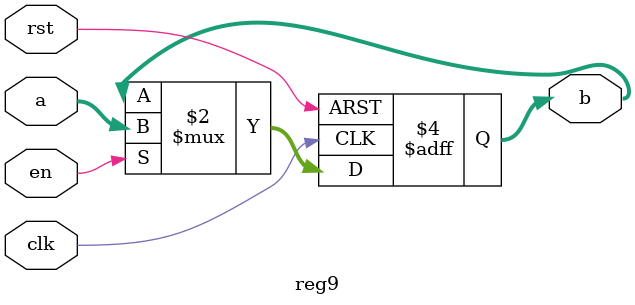
<source format=v>
module reg9(a, clk, rst, en, b);
	input [8:0] a;
	input clk, rst, en;
	output reg [8:0] b;
	always @(posedge clk, posedge rst)begin
		if (rst) b = 0;
		else if (en) b <= a;
	end
endmodule
</source>
